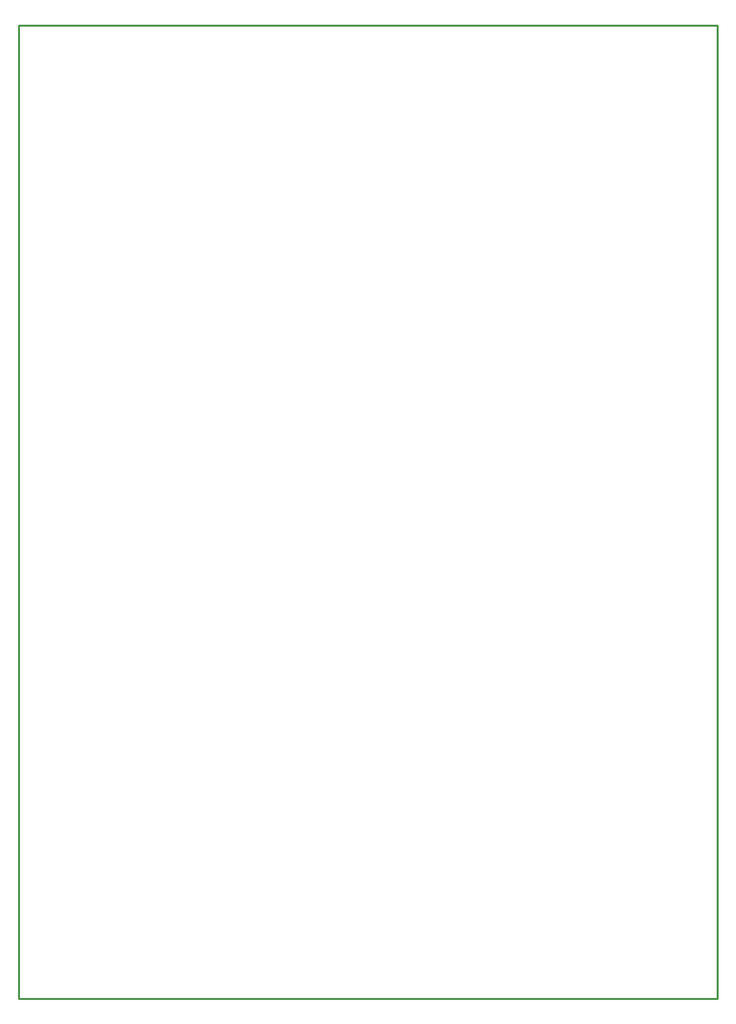
<source format=gko>
G04*
G04 #@! TF.GenerationSoftware,Altium Limited,Altium Designer,21.0.8 (223)*
G04*
G04 Layer_Color=16711935*
%FSAX25Y25*%
%MOIN*%
G70*
G04*
G04 #@! TF.SameCoordinates,3E0ABAED-EBEF-4259-B410-402A04598C71*
G04*
G04*
G04 #@! TF.FilePolarity,Positive*
G04*
G01*
G75*
%ADD20C,0.01000*%
D20*
X0574154Y3589188D02*
X0574154Y3103047D01*
X0923367Y3103046D01*
X0923366Y3589188D02*
X0923367Y3103046D01*
X0574154Y3589188D02*
X0923366Y3589188D01*
M02*

</source>
